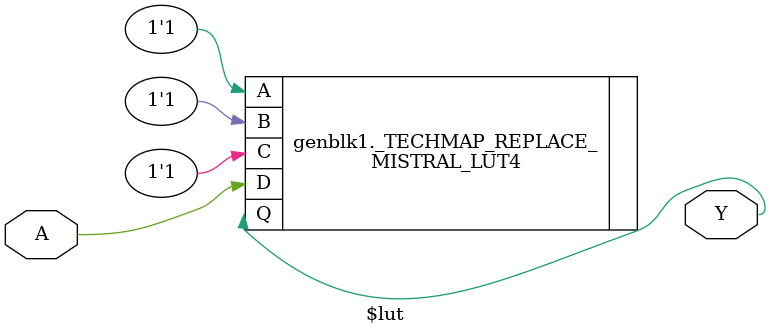
<source format=v>
/*
 *  yosys -- Yosys Open SYnthesis Suite
 *
 *  Copyright (C) 2019  Dan Ravensloft <dan.ravensloft@gmail.com>
 *
 *  Permission to use, copy, modify, and/or distribute this software for any
 *  purpose with or without fee is hereby granted, provided that the above
 *  copyright notice and this permission notice appear in all copies.
 *
 *  THE SOFTWARE IS PROVIDED "AS IS" AND THE AUTHOR DISCLAIMS ALL WARRANTIES
 *  WITH REGARD TO THIS SOFTWARE INCLUDING ALL IMPLIED WARRANTIES OF
 *  MERCHANTABILITY AND FITNESS. IN NO EVENT SHALL THE AUTHOR BE LIABLE FOR
 *  ANY SPECIAL, DIRECT, INDIRECT, OR CONSEQUENTIAL DAMAGES OR ANY DAMAGES
 *  WHATSOEVER RESULTING FROM LOSS OF USE, DATA OR PROFITS, WHETHER IN AN
 *  ACTION OF CONTRACT, NEGLIGENCE OR OTHER TORTIOUS ACTION, ARISING OUT OF
 *  OR IN CONNECTION WITH THE USE OR PERFORMANCE OF THIS SOFTWARE.
 *
 */

`ifdef VERILATOR
`include "cells_sim.v"
`endif

module \$lut (A, Y);

parameter WIDTH = 1;
parameter LUT = 0;

input [WIDTH-1:0] A;
output Y;

generate
    if (WIDTH == 1) begin
        localparam LUT16 = {{8{LUT[1]}}, {8{LUT[0]}}};
        MISTRAL_LUT4 #(.LUT(LUT16)) _TECHMAP_REPLACE_(
            .A(1'b1), .B(1'b1), .C(1'b1), .D(A[0]), .Q(Y)
        );
    end else
    if (WIDTH == 2) begin
        localparam LUT16 = {{4{LUT[3]}}, {4{LUT[2]}}, {4{LUT[1]}}, {4{LUT[0]}}};
        MISTRAL_LUT4 #(.LUT(LUT16)) _TECHMAP_REPLACE_(
            .A(1'b1), .B(1'b1), .C(A[1]), .D(A[0]), .Q(Y)
        );
    end else
    if (WIDTH == 3) begin
        localparam LUT16 = {{2{LUT[7]}}, {2{LUT[6]}}, {2{LUT[5]}}, {2{LUT[4]}}, {2{LUT[3]}}, {2{LUT[2]}}, {2{LUT[1]}}, {2{LUT[0]}}};
        MISTRAL_LUT4 #(.LUT(LUT16)) _TECHMAP_REPLACE_(
            .A(1'b1), .B(A[2]), .C(A[1]), .D(A[0]), .Q(Y)
        );
    end else
    if (WIDTH == 4) begin
        MISTRAL_LUT4 #(.LUT(LUT)) _TECHMAP_REPLACE_(
            .A(A[3]), .B(A[2]), .C(A[1]), .D(A[0]), .Q(Y)
        );
    end else
    if (WIDTH == 5) begin
        wire lut4_0_out, lut4_1_out;

        MISTRAL_LUT4 #(.LUT(LUT[15:0])) lut4_0(
            .A(A[3]), .B(A[2]), .C(A[1]), .D(A[0]), .Q(lut4_0_out)
        );
        MISTRAL_LUT4 #(.LUT(LUT[31:16])) lut4_1(
            .A(A[3]), .B(A[2]), .C(A[1]), .D(A[0]), .Q(lut4_1_out)
        );

        MISTRAL_MUX2 lut44_mux(
            .A(lut4_0_out), .B(lut4_1_out), .S(A[4]), .Q(Y)
        );
    end else
    if (WIDTH == 6) begin
        wire lut4_0_out;
        wire lut4_1_out;
        wire lut4_2_out;
        wire lut4_3_out;
        wire lut5_0_out;
        wire lut5_1_out;

        MISTRAL_LUT4 #(.LUT(LUT[15:0])) lut4_0(
            .A(A[3]), .B(A[2]), .C(A[1]), .D(A[0]), .Q(lut4_0_out)
        );
        MISTRAL_LUT4 #(.LUT(LUT[31:16])) lut4_1(
            .A(A[3]), .B(A[2]), .C(A[1]), .D(A[0]), .Q(lut4_1_out)
        );

        MISTRAL_MUX2 lut44_mux0(
            .A(lut4_0_out), .B(lut4_1_out), .S(A[4]), .Q(lut5_0_out)
        );

        MISTRAL_LUT4 #(.LUT(LUT[47:0])) lut4_2(
            .A(A[3]), .B(A[2]), .C(A[1]), .D(A[0]), .Q(lut4_2_out)
        );
        MISTRAL_LUT4 #(.LUT(LUT[63:48])) lut4_3(
            .A(A[3]), .B(A[2]), .C(A[1]), .D(A[0]), .Q(lut4_3_out)
        );

        MISTRAL_MUX2 lut44_mux1(
            .A(lut4_2_out), .B(lut4_3_out), .S(A[4]), .Q(lut5_1_out)
        );

        MISTRAL_MUX2 lut55_mux(
            .A(lut5_0_out), .B(lut5_1_out), .S(A[5]), .Q(Y)
        );
    end else begin
        wire _TECHMAP_FAIL_ = 1'b1;
    end
endgenerate
endmodule

</source>
